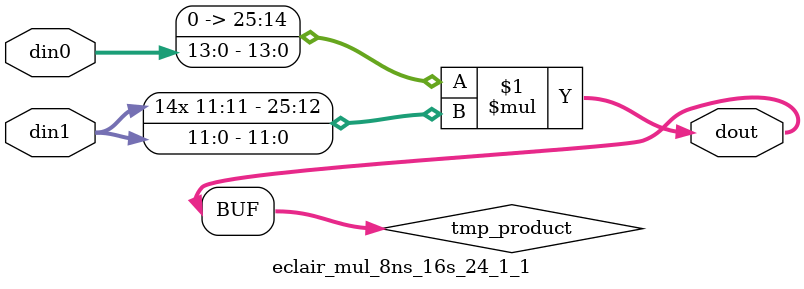
<source format=v>

`timescale 1 ns / 1 ps

 module eclair_mul_8ns_16s_24_1_1(din0, din1, dout);
parameter ID = 1;
parameter NUM_STAGE = 0;
parameter din0_WIDTH = 14;
parameter din1_WIDTH = 12;
parameter dout_WIDTH = 26;

input [din0_WIDTH - 1 : 0] din0; 
input [din1_WIDTH - 1 : 0] din1; 
output [dout_WIDTH - 1 : 0] dout;

wire signed [dout_WIDTH - 1 : 0] tmp_product;

























assign tmp_product = $signed({1'b0, din0}) * $signed(din1);










assign dout = tmp_product;





















endmodule

</source>
